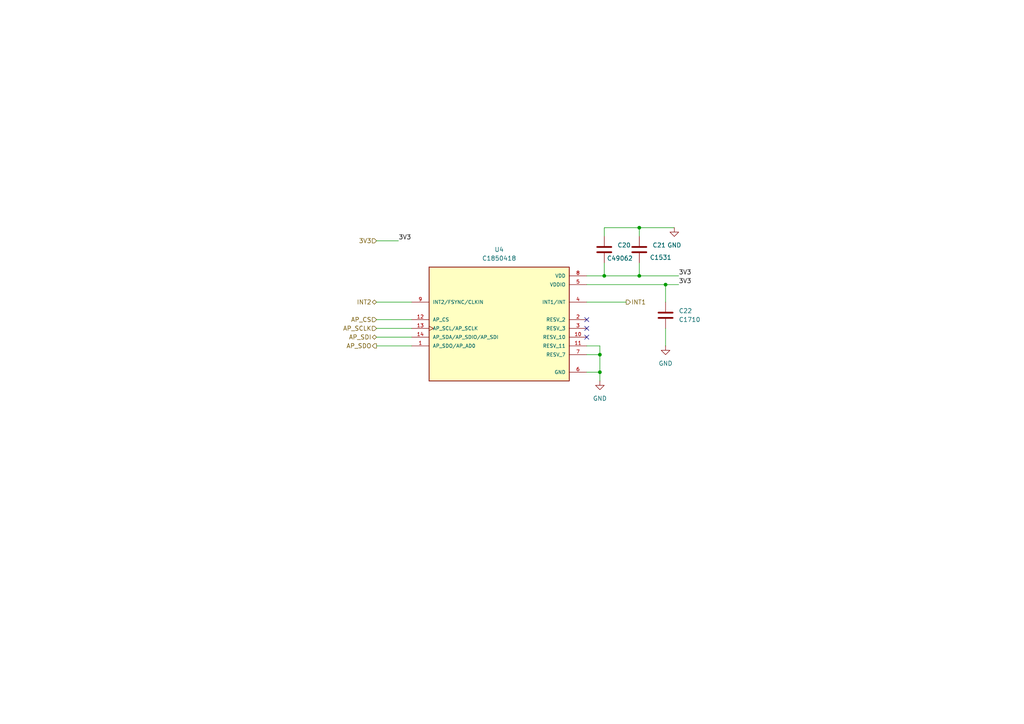
<source format=kicad_sch>
(kicad_sch (version 20250114) (generator "eeschema") (generator_version "9.0")
  (paper "A4")
  (title_block (title "STM Board") (date "2025-10-18") (rev "3") (company "Team 0-06"))
  (lib_symbols
    (symbol "Customs:ICM-42688-P" (pin_names (offset 1.016))
      (property "Reference" "U" (at -20.32 16.002 0))
      (property "Value" "ICM-42688-P" (at -20.32 -20.32 0))
      (symbol "ICM-42688-P_0_0"
        (rectangle (start -20.32 -17.78) (end 20.32 15.24) (stroke (width 0.254)) (fill (type background)))
        (pin bidirectional line (at -25.4 5.08 0) (length 5.08) (name "INT2/FSYNC/CLKIN") (number "9"))
        (pin input line (at -25.4 0 0) (length 5.08) (name "AP_CS") (number "12"))
        (pin input clock (at -25.4 -2.54 0) (length 5.08) (name "AP_SCL/AP_SCLK") (number "13"))
        (pin bidirectional line (at -25.4 -5.08 0) (length 5.08) (name "AP_SDA/AP_SDIO/AP_SDI") (number "14"))
        (pin bidirectional line (at -25.4 -7.62 0) (length 5.08) (name "AP_SDO/AP_AD0") (number "1"))
        (pin power_in line (at 25.4 12.7 180) (length 5.08) (name "VDD") (number "8"))
        (pin power_in line (at 25.4 10.16 180) (length 5.08) (name "VDDIO") (number "5"))
        (pin output line (at 25.4 5.08 180) (length 5.08) (name "INT1/INT") (number "4"))
        (pin passive line (at 25.4 0 180) (length 5.08) (name "RESV_2") (number "2"))
        (pin passive line (at 25.4 -2.54 180) (length 5.08) (name "RESV_3") (number "3"))
        (pin passive line (at 25.4 -5.08 180) (length 5.08) (name "RESV_10") (number "10"))
        (pin passive line (at 25.4 -7.62 180) (length 5.08) (name "RESV_11") (number "11"))
        (pin passive line (at 25.4 -10.16 180) (length 5.08) (name "RESV_7") (number "7"))
        (pin power_in line (at 25.4 -15.24 180) (length 5.08) (name "GND") (number "6"))
      )
    )
    (symbol "Device:C" (pin_numbers (hide yes)) (pin_names (offset 0.254))
      (property "Reference" "C" (at 0.635 2.54 0))
      (property "Value" "C" (at 0.635 -2.54 0))
      (symbol "C_0_1"
        (polyline (pts (xy -2.032 0.762) (xy 2.032 0.762)) (stroke (width 0.508)))
        (polyline (pts (xy -2.032 -0.762) (xy 2.032 -0.762)) (stroke (width 0.508)))
      )
      (symbol "C_1_1"
        (pin passive line (at 0 3.81 270) (length 2.794) (name "~") (number "1"))
        (pin passive line (at 0 -3.81 90) (length 2.794) (name "~") (number "2"))
      )
    )
    (symbol "power:GND" (power) (pin_numbers (hide yes)) (pin_names (offset 0) (hide yes))
      (property "Value" "GND" (at 0 -3.81 0))
      (symbol "GND_0_1"
        (polyline (pts (xy 0 0) (xy 0 -1.27) (xy 1.27 -1.27) (xy 0 -2.54) (xy -1.27 -1.27) (xy 0 -1.27)))
      )
      (symbol "GND_1_1"
        (pin power_in line (at 0 0 270) (length 0) (name "~") (number "1"))
      )
    )
  )
  (junction (at 175.26 80.01))
  (junction (at 185.42 80.01))
  (junction (at 185.42 66.04))
  (junction (at 173.99 102.87))
  (junction (at 173.99 107.95))
  (junction (at 193.04 82.55))
  (no_connect (at 170.18 95.25))
  (no_connect (at 170.18 92.71))
  (no_connect (at 170.18 97.79))
  (wire (pts (xy 193.04 82.55) (xy 193.04 87.63)))
  (wire (pts (xy 175.26 80.01) (xy 185.42 80.01)))
  (wire (pts (xy 109.22 69.85) (xy 115.57 69.85)))
  (wire (pts (xy 175.26 66.04) (xy 185.42 66.04)))
  (wire (pts (xy 175.26 68.58) (xy 175.26 66.04)))
  (wire (pts (xy 170.18 102.87) (xy 173.99 102.87)))
  (wire (pts (xy 109.22 87.63) (xy 119.38 87.63)))
  (wire (pts (xy 109.22 100.33) (xy 119.38 100.33)))
  (wire (pts (xy 170.18 80.01) (xy 175.26 80.01)))
  (wire (pts (xy 173.99 102.87) (xy 173.99 107.95)))
  (wire (pts (xy 170.18 87.63) (xy 181.61 87.63)))
  (wire (pts (xy 193.04 82.55) (xy 196.85 82.55)))
  (wire (pts (xy 175.26 76.2) (xy 175.26 80.01)))
  (wire (pts (xy 109.22 92.71) (xy 119.38 92.71)))
  (wire (pts (xy 185.42 80.01) (xy 196.85 80.01)))
  (wire (pts (xy 173.99 107.95) (xy 170.18 107.95)))
  (wire (pts (xy 170.18 82.55) (xy 193.04 82.55)))
  (wire (pts (xy 185.42 66.04) (xy 195.58 66.04)))
  (wire (pts (xy 185.42 66.04) (xy 185.42 68.58)))
  (wire (pts (xy 109.22 95.25) (xy 119.38 95.25)))
  (wire (pts (xy 109.22 97.79) (xy 119.38 97.79)))
  (wire (pts (xy 173.99 107.95) (xy 173.99 110.49)))
  (wire (pts (xy 185.42 76.2) (xy 185.42 80.01)))
  (wire (pts (xy 193.04 95.25) (xy 193.04 100.33)))
  (wire (pts (xy 173.99 100.33) (xy 173.99 102.87)))
  (wire (pts (xy 170.18 100.33) (xy 173.99 100.33)))
  (label "3V3" (at 196.85 82.55 0))
  (label "3V3" (at 115.57 69.85 0))
  (label "3V3" (at 196.85 80.01 0))
  (hierarchical_label "3V3" (shape input) (at 109.22 69.85 180))
  (hierarchical_label "AP_SDO" (shape output) (at 109.22 100.33 180))
  (hierarchical_label "AP_CS" (shape input) (at 109.22 92.71 180))
  (hierarchical_label "AP_SDI" (shape bidirectional) (at 109.22 97.79 180))
  (hierarchical_label "AP_SCLK" (shape input) (at 109.22 95.25 180))
  (hierarchical_label "INT2" (shape bidirectional) (at 109.22 87.63 180))
  (hierarchical_label "INT1" (shape output) (at 181.61 87.63 0))
  (symbol (lib_id "power:GND") (at 193.04 100.33 0) (unit 1)
    (property "Reference" "#PWR037" (effects (hide yes)))
    (property "Value" "GND" (at 193.04 105.41 0))
    (property "Description" "Power symbol creates a global label with name \"GND\" , ground" (effects (hide yes)))
  )
  (symbol (lib_id "Customs:ICM-42688-P") (at 144.78 92.71 0) (unit 1)
    (property "Reference" "U4" (at 144.78 72.39 0))
    (property "Value" "C1850418" (at 144.78 74.93 0))
    (property "Footprint" "Customs:PQFN50P300X250X97-14N" (effects (hide yes)))
    (property "PARTREV" "1.2" (effects (hide yes)))
    (property "STANDARD" "IPC-7351B" (effects (hide yes)))
    (property "MAXIMUM_PACKAGE_HEIGHT" "0.97mm" (effects (hide yes)))
    (property "MANUFACTURER" "TDK InvenSense" (effects (hide yes)))
  )
  (symbol (lib_id "Device:C") (at 175.26 72.39 0) (unit 1)
    (property "Reference" "C20" (at 179.07 71.1199 0) (effects (justify left)))
    (property "Value" "C49062" (at 176.022 74.93 0) (effects (justify left)))
    (property "Footprint" "Capacitor_SMD:C_0402_1005Metric" (effects (hide yes)))
    (property "Description" "Unpolarized capacitor" (effects (hide yes)))
  )
  (symbol (lib_id "power:GND") (at 173.99 110.49 0) (unit 1)
    (property "Reference" "#PWR038" (effects (hide yes)))
    (property "Value" "GND" (at 173.99 115.57 0))
    (property "Description" "Power symbol creates a global label with name \"GND\" , ground" (effects (hide yes)))
  )
  (symbol (lib_id "Device:C") (at 185.42 72.39 0) (unit 1)
    (property "Reference" "C21" (at 189.23 71.1199 0) (effects (justify left)))
    (property "Value" "C1531" (at 188.468 74.676 0) (effects (justify left)))
    (property "Footprint" "Capacitor_SMD:C_0603_1608Metric" (effects (hide yes)))
    (property "Description" "Unpolarized capacitor" (effects (hide yes)))
  )
  (symbol (lib_id "Device:C") (at 193.04 91.44 0) (unit 1)
    (property "Reference" "C22" (at 196.85 90.1699 0) (effects (justify left)))
    (property "Value" "C1710" (at 196.85 92.7099 0) (effects (justify left)))
    (property "Footprint" "Capacitor_SMD:C_0805_2012Metric" (effects (hide yes)))
    (property "Description" "Unpolarized capacitor" (effects (hide yes)))
  )
  (symbol (lib_id "power:GND") (at 195.58 66.04 0) (unit 1)
    (property "Reference" "#PWR039" (effects (hide yes)))
    (property "Value" "GND" (at 195.58 71.12 0))
    (property "Description" "Power symbol creates a global label with name \"GND\" , ground" (effects (hide yes)))
  )
)
</source>
